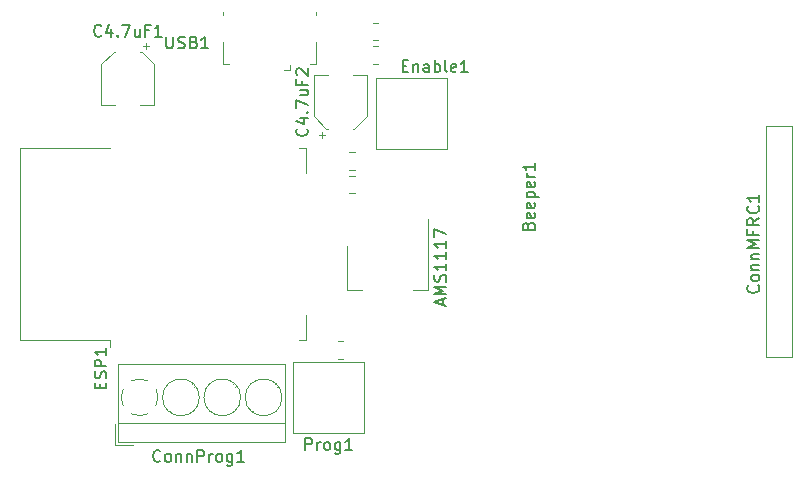
<source format=gbr>
%TF.GenerationSoftware,KiCad,Pcbnew,(5.1.9)-1*%
%TF.CreationDate,2021-04-23T22:48:30+02:00*%
%TF.ProjectId,test,74657374-2e6b-4696-9361-645f70636258,rev?*%
%TF.SameCoordinates,Original*%
%TF.FileFunction,Legend,Top*%
%TF.FilePolarity,Positive*%
%FSLAX46Y46*%
G04 Gerber Fmt 4.6, Leading zero omitted, Abs format (unit mm)*
G04 Created by KiCad (PCBNEW (5.1.9)-1) date 2021-04-23 22:48:30*
%MOMM*%
%LPD*%
G01*
G04 APERTURE LIST*
%ADD10C,0.120000*%
%ADD11C,0.150000*%
G04 APERTURE END LIST*
D10*
%TO.C,ESP1*%
X14500000Y-42120000D02*
X14500000Y-42730000D01*
X14500000Y-42120000D02*
X6880000Y-42120000D01*
X31120000Y-42120000D02*
X30500000Y-42120000D01*
X31120000Y-40000000D02*
X31120000Y-42120000D01*
X31120000Y-25880000D02*
X31120000Y-28000000D01*
X30500000Y-25880000D02*
X31120000Y-25880000D01*
X6880000Y-25880000D02*
X14500000Y-25880000D01*
X6880000Y-42120000D02*
X6880000Y-25880000D01*
%TO.C,C4.7uF2*%
X36260000Y-19740000D02*
X35060000Y-19740000D01*
X31740000Y-19740000D02*
X32940000Y-19740000D01*
X31740000Y-23195563D02*
X31740000Y-19740000D01*
X36260000Y-23195563D02*
X36260000Y-19740000D01*
X35195563Y-24260000D02*
X35060000Y-24260000D01*
X32804437Y-24260000D02*
X32940000Y-24260000D01*
X32804437Y-24260000D02*
X31740000Y-23195563D01*
X35195563Y-24260000D02*
X36260000Y-23195563D01*
X32440000Y-25000000D02*
X32440000Y-24500000D01*
X32190000Y-24750000D02*
X32690000Y-24750000D01*
%TO.C,C4.7uF1*%
X13740000Y-22260000D02*
X14940000Y-22260000D01*
X18260000Y-22260000D02*
X17060000Y-22260000D01*
X18260000Y-18804437D02*
X18260000Y-22260000D01*
X13740000Y-18804437D02*
X13740000Y-22260000D01*
X14804437Y-17740000D02*
X14940000Y-17740000D01*
X17195563Y-17740000D02*
X17060000Y-17740000D01*
X17195563Y-17740000D02*
X18260000Y-18804437D01*
X14804437Y-17740000D02*
X13740000Y-18804437D01*
X17560000Y-17000000D02*
X17560000Y-17500000D01*
X17810000Y-17250000D02*
X17310000Y-17250000D01*
%TO.C,USB1*%
X31900000Y-18762500D02*
X31450000Y-18762500D01*
X31900000Y-16912500D02*
X31900000Y-18762500D01*
X24100000Y-14362500D02*
X24100000Y-14612500D01*
X31900000Y-14362500D02*
X31900000Y-14612500D01*
X24100000Y-16912500D02*
X24100000Y-18762500D01*
X24100000Y-18762500D02*
X24550000Y-18762500D01*
X29700000Y-19312500D02*
X29250000Y-19312500D01*
X29700000Y-19312500D02*
X29700000Y-18862500D01*
%TO.C,R10k4*%
X35227064Y-27735000D02*
X34772936Y-27735000D01*
X35227064Y-26265000D02*
X34772936Y-26265000D01*
%TO.C,R10k3*%
X37227064Y-16735000D02*
X36772936Y-16735000D01*
X37227064Y-15265000D02*
X36772936Y-15265000D01*
%TO.C,R10k2*%
X35227064Y-29735000D02*
X34772936Y-29735000D01*
X35227064Y-28265000D02*
X34772936Y-28265000D01*
%TO.C,R10k1*%
X34227064Y-43735000D02*
X33772936Y-43735000D01*
X34227064Y-42265000D02*
X33772936Y-42265000D01*
%TO.C,R470*%
X37227064Y-18735000D02*
X36772936Y-18735000D01*
X37227064Y-17265000D02*
X36772936Y-17265000D01*
%TO.C,Prog1*%
X36000000Y-50000000D02*
X30000000Y-50000000D01*
X30000000Y-50000000D02*
X30000000Y-44000000D01*
X30000000Y-44000000D02*
X36000000Y-44000000D01*
X36000000Y-44000000D02*
X36000000Y-50000000D01*
%TO.C,Enable1*%
X43000000Y-26000000D02*
X37000000Y-26000000D01*
X37000000Y-26000000D02*
X37000000Y-20000000D01*
X37000000Y-20000000D02*
X43000000Y-20000000D01*
X43000000Y-20000000D02*
X43000000Y-26000000D01*
%TO.C,ConnProg1*%
X17026444Y-48555681D02*
G75*
G02*
X16293000Y-48386000I-26444J1555681D01*
G01*
X15613355Y-47705733D02*
G75*
G02*
X15614000Y-46293000I1386645J705733D01*
G01*
X16294267Y-45613355D02*
G75*
G02*
X17707000Y-45614000I705733J-1386645D01*
G01*
X18386645Y-46294267D02*
G75*
G02*
X18386000Y-47707000I-1386645J-705733D01*
G01*
X17705955Y-48385515D02*
G75*
G02*
X17000000Y-48555000I-705955J1385515D01*
G01*
X22055000Y-47000000D02*
G75*
G03*
X22055000Y-47000000I-1555000J0D01*
G01*
X25555000Y-47000000D02*
G75*
G03*
X25555000Y-47000000I-1555000J0D01*
G01*
X29055000Y-47000000D02*
G75*
G03*
X29055000Y-47000000I-1555000J0D01*
G01*
X15190000Y-49200000D02*
X29310000Y-49200000D01*
X15190000Y-44140000D02*
X29310000Y-44140000D01*
X15190000Y-50760000D02*
X29310000Y-50760000D01*
X15190000Y-44140000D02*
X15190000Y-50760000D01*
X29310000Y-44140000D02*
X29310000Y-50760000D01*
X21680000Y-46010000D02*
X21604000Y-46086000D01*
X19565000Y-48125000D02*
X19511000Y-48180000D01*
X21490000Y-45820000D02*
X21436000Y-45874000D01*
X19397000Y-47914000D02*
X19321000Y-47990000D01*
X25180000Y-46010000D02*
X25104000Y-46086000D01*
X23065000Y-48125000D02*
X23011000Y-48180000D01*
X24990000Y-45820000D02*
X24936000Y-45874000D01*
X22897000Y-47914000D02*
X22821000Y-47990000D01*
X28680000Y-46010000D02*
X28604000Y-46086000D01*
X26565000Y-48125000D02*
X26511000Y-48180000D01*
X28490000Y-45820000D02*
X28436000Y-45874000D01*
X26397000Y-47914000D02*
X26321000Y-47990000D01*
X14950000Y-49260000D02*
X14950000Y-51000000D01*
X14950000Y-51000000D02*
X16450000Y-51000000D01*
%TO.C,ConnMFRC1*%
X72200000Y-24000000D02*
X70000000Y-24000000D01*
X70000000Y-24000000D02*
X70000000Y-43600000D01*
X70000000Y-43600000D02*
X72200000Y-43600000D01*
X72200000Y-43600000D02*
X72200000Y-24000000D01*
%TO.C,AMS1117*%
X34590000Y-37910000D02*
X35850000Y-37910000D01*
X41410000Y-37910000D02*
X40150000Y-37910000D01*
X34590000Y-34150000D02*
X34590000Y-37910000D01*
X41410000Y-31900000D02*
X41410000Y-37910000D01*
%TO.C,ESP1*%
D11*
X13668571Y-46226666D02*
X13668571Y-45893333D01*
X14192380Y-45750476D02*
X14192380Y-46226666D01*
X13192380Y-46226666D01*
X13192380Y-45750476D01*
X14144761Y-45369523D02*
X14192380Y-45226666D01*
X14192380Y-44988571D01*
X14144761Y-44893333D01*
X14097142Y-44845714D01*
X14001904Y-44798095D01*
X13906666Y-44798095D01*
X13811428Y-44845714D01*
X13763809Y-44893333D01*
X13716190Y-44988571D01*
X13668571Y-45179047D01*
X13620952Y-45274285D01*
X13573333Y-45321904D01*
X13478095Y-45369523D01*
X13382857Y-45369523D01*
X13287619Y-45321904D01*
X13240000Y-45274285D01*
X13192380Y-45179047D01*
X13192380Y-44940952D01*
X13240000Y-44798095D01*
X14192380Y-44369523D02*
X13192380Y-44369523D01*
X13192380Y-43988571D01*
X13240000Y-43893333D01*
X13287619Y-43845714D01*
X13382857Y-43798095D01*
X13525714Y-43798095D01*
X13620952Y-43845714D01*
X13668571Y-43893333D01*
X13716190Y-43988571D01*
X13716190Y-44369523D01*
X14192380Y-42845714D02*
X14192380Y-43417142D01*
X14192380Y-43131428D02*
X13192380Y-43131428D01*
X13335238Y-43226666D01*
X13430476Y-43321904D01*
X13478095Y-43417142D01*
%TO.C,C4.7uF2*%
X31157142Y-24238095D02*
X31204761Y-24285714D01*
X31252380Y-24428571D01*
X31252380Y-24523809D01*
X31204761Y-24666666D01*
X31109523Y-24761904D01*
X31014285Y-24809523D01*
X30823809Y-24857142D01*
X30680952Y-24857142D01*
X30490476Y-24809523D01*
X30395238Y-24761904D01*
X30300000Y-24666666D01*
X30252380Y-24523809D01*
X30252380Y-24428571D01*
X30300000Y-24285714D01*
X30347619Y-24238095D01*
X30585714Y-23380952D02*
X31252380Y-23380952D01*
X30204761Y-23619047D02*
X30919047Y-23857142D01*
X30919047Y-23238095D01*
X31157142Y-22857142D02*
X31204761Y-22809523D01*
X31252380Y-22857142D01*
X31204761Y-22904761D01*
X31157142Y-22857142D01*
X31252380Y-22857142D01*
X30252380Y-22476190D02*
X30252380Y-21809523D01*
X31252380Y-22238095D01*
X30585714Y-21000000D02*
X31252380Y-21000000D01*
X30585714Y-21428571D02*
X31109523Y-21428571D01*
X31204761Y-21380952D01*
X31252380Y-21285714D01*
X31252380Y-21142857D01*
X31204761Y-21047619D01*
X31157142Y-21000000D01*
X30728571Y-20190476D02*
X30728571Y-20523809D01*
X31252380Y-20523809D02*
X30252380Y-20523809D01*
X30252380Y-20047619D01*
X30347619Y-19714285D02*
X30300000Y-19666666D01*
X30252380Y-19571428D01*
X30252380Y-19333333D01*
X30300000Y-19238095D01*
X30347619Y-19190476D01*
X30442857Y-19142857D01*
X30538095Y-19142857D01*
X30680952Y-19190476D01*
X31252380Y-19761904D01*
X31252380Y-19142857D01*
%TO.C,C4.7uF1*%
X13761904Y-16357142D02*
X13714285Y-16404761D01*
X13571428Y-16452380D01*
X13476190Y-16452380D01*
X13333333Y-16404761D01*
X13238095Y-16309523D01*
X13190476Y-16214285D01*
X13142857Y-16023809D01*
X13142857Y-15880952D01*
X13190476Y-15690476D01*
X13238095Y-15595238D01*
X13333333Y-15500000D01*
X13476190Y-15452380D01*
X13571428Y-15452380D01*
X13714285Y-15500000D01*
X13761904Y-15547619D01*
X14619047Y-15785714D02*
X14619047Y-16452380D01*
X14380952Y-15404761D02*
X14142857Y-16119047D01*
X14761904Y-16119047D01*
X15142857Y-16357142D02*
X15190476Y-16404761D01*
X15142857Y-16452380D01*
X15095238Y-16404761D01*
X15142857Y-16357142D01*
X15142857Y-16452380D01*
X15523809Y-15452380D02*
X16190476Y-15452380D01*
X15761904Y-16452380D01*
X17000000Y-15785714D02*
X17000000Y-16452380D01*
X16571428Y-15785714D02*
X16571428Y-16309523D01*
X16619047Y-16404761D01*
X16714285Y-16452380D01*
X16857142Y-16452380D01*
X16952380Y-16404761D01*
X17000000Y-16357142D01*
X17809523Y-15928571D02*
X17476190Y-15928571D01*
X17476190Y-16452380D02*
X17476190Y-15452380D01*
X17952380Y-15452380D01*
X18857142Y-16452380D02*
X18285714Y-16452380D01*
X18571428Y-16452380D02*
X18571428Y-15452380D01*
X18476190Y-15595238D01*
X18380952Y-15690476D01*
X18285714Y-15738095D01*
%TO.C,USB1*%
X19261904Y-16452380D02*
X19261904Y-17261904D01*
X19309523Y-17357142D01*
X19357142Y-17404761D01*
X19452380Y-17452380D01*
X19642857Y-17452380D01*
X19738095Y-17404761D01*
X19785714Y-17357142D01*
X19833333Y-17261904D01*
X19833333Y-16452380D01*
X20261904Y-17404761D02*
X20404761Y-17452380D01*
X20642857Y-17452380D01*
X20738095Y-17404761D01*
X20785714Y-17357142D01*
X20833333Y-17261904D01*
X20833333Y-17166666D01*
X20785714Y-17071428D01*
X20738095Y-17023809D01*
X20642857Y-16976190D01*
X20452380Y-16928571D01*
X20357142Y-16880952D01*
X20309523Y-16833333D01*
X20261904Y-16738095D01*
X20261904Y-16642857D01*
X20309523Y-16547619D01*
X20357142Y-16500000D01*
X20452380Y-16452380D01*
X20690476Y-16452380D01*
X20833333Y-16500000D01*
X21595238Y-16928571D02*
X21738095Y-16976190D01*
X21785714Y-17023809D01*
X21833333Y-17119047D01*
X21833333Y-17261904D01*
X21785714Y-17357142D01*
X21738095Y-17404761D01*
X21642857Y-17452380D01*
X21261904Y-17452380D01*
X21261904Y-16452380D01*
X21595238Y-16452380D01*
X21690476Y-16500000D01*
X21738095Y-16547619D01*
X21785714Y-16642857D01*
X21785714Y-16738095D01*
X21738095Y-16833333D01*
X21690476Y-16880952D01*
X21595238Y-16928571D01*
X21261904Y-16928571D01*
X22785714Y-17452380D02*
X22214285Y-17452380D01*
X22500000Y-17452380D02*
X22500000Y-16452380D01*
X22404761Y-16595238D01*
X22309523Y-16690476D01*
X22214285Y-16738095D01*
%TO.C,Prog1*%
X31047619Y-51452380D02*
X31047619Y-50452380D01*
X31428571Y-50452380D01*
X31523809Y-50500000D01*
X31571428Y-50547619D01*
X31619047Y-50642857D01*
X31619047Y-50785714D01*
X31571428Y-50880952D01*
X31523809Y-50928571D01*
X31428571Y-50976190D01*
X31047619Y-50976190D01*
X32047619Y-51452380D02*
X32047619Y-50785714D01*
X32047619Y-50976190D02*
X32095238Y-50880952D01*
X32142857Y-50833333D01*
X32238095Y-50785714D01*
X32333333Y-50785714D01*
X32809523Y-51452380D02*
X32714285Y-51404761D01*
X32666666Y-51357142D01*
X32619047Y-51261904D01*
X32619047Y-50976190D01*
X32666666Y-50880952D01*
X32714285Y-50833333D01*
X32809523Y-50785714D01*
X32952380Y-50785714D01*
X33047619Y-50833333D01*
X33095238Y-50880952D01*
X33142857Y-50976190D01*
X33142857Y-51261904D01*
X33095238Y-51357142D01*
X33047619Y-51404761D01*
X32952380Y-51452380D01*
X32809523Y-51452380D01*
X34000000Y-50785714D02*
X34000000Y-51595238D01*
X33952380Y-51690476D01*
X33904761Y-51738095D01*
X33809523Y-51785714D01*
X33666666Y-51785714D01*
X33571428Y-51738095D01*
X34000000Y-51404761D02*
X33904761Y-51452380D01*
X33714285Y-51452380D01*
X33619047Y-51404761D01*
X33571428Y-51357142D01*
X33523809Y-51261904D01*
X33523809Y-50976190D01*
X33571428Y-50880952D01*
X33619047Y-50833333D01*
X33714285Y-50785714D01*
X33904761Y-50785714D01*
X34000000Y-50833333D01*
X35000000Y-51452380D02*
X34428571Y-51452380D01*
X34714285Y-51452380D02*
X34714285Y-50452380D01*
X34619047Y-50595238D01*
X34523809Y-50690476D01*
X34428571Y-50738095D01*
%TO.C,Enable1*%
X39261904Y-18928571D02*
X39595238Y-18928571D01*
X39738095Y-19452380D02*
X39261904Y-19452380D01*
X39261904Y-18452380D01*
X39738095Y-18452380D01*
X40166666Y-18785714D02*
X40166666Y-19452380D01*
X40166666Y-18880952D02*
X40214285Y-18833333D01*
X40309523Y-18785714D01*
X40452380Y-18785714D01*
X40547619Y-18833333D01*
X40595238Y-18928571D01*
X40595238Y-19452380D01*
X41500000Y-19452380D02*
X41500000Y-18928571D01*
X41452380Y-18833333D01*
X41357142Y-18785714D01*
X41166666Y-18785714D01*
X41071428Y-18833333D01*
X41500000Y-19404761D02*
X41404761Y-19452380D01*
X41166666Y-19452380D01*
X41071428Y-19404761D01*
X41023809Y-19309523D01*
X41023809Y-19214285D01*
X41071428Y-19119047D01*
X41166666Y-19071428D01*
X41404761Y-19071428D01*
X41500000Y-19023809D01*
X41976190Y-19452380D02*
X41976190Y-18452380D01*
X41976190Y-18833333D02*
X42071428Y-18785714D01*
X42261904Y-18785714D01*
X42357142Y-18833333D01*
X42404761Y-18880952D01*
X42452380Y-18976190D01*
X42452380Y-19261904D01*
X42404761Y-19357142D01*
X42357142Y-19404761D01*
X42261904Y-19452380D01*
X42071428Y-19452380D01*
X41976190Y-19404761D01*
X43023809Y-19452380D02*
X42928571Y-19404761D01*
X42880952Y-19309523D01*
X42880952Y-18452380D01*
X43785714Y-19404761D02*
X43690476Y-19452380D01*
X43500000Y-19452380D01*
X43404761Y-19404761D01*
X43357142Y-19309523D01*
X43357142Y-18928571D01*
X43404761Y-18833333D01*
X43500000Y-18785714D01*
X43690476Y-18785714D01*
X43785714Y-18833333D01*
X43833333Y-18928571D01*
X43833333Y-19023809D01*
X43357142Y-19119047D01*
X44785714Y-19452380D02*
X44214285Y-19452380D01*
X44500000Y-19452380D02*
X44500000Y-18452380D01*
X44404761Y-18595238D01*
X44309523Y-18690476D01*
X44214285Y-18738095D01*
%TO.C,ConnProg1*%
X18761904Y-52357142D02*
X18714285Y-52404761D01*
X18571428Y-52452380D01*
X18476190Y-52452380D01*
X18333333Y-52404761D01*
X18238095Y-52309523D01*
X18190476Y-52214285D01*
X18142857Y-52023809D01*
X18142857Y-51880952D01*
X18190476Y-51690476D01*
X18238095Y-51595238D01*
X18333333Y-51500000D01*
X18476190Y-51452380D01*
X18571428Y-51452380D01*
X18714285Y-51500000D01*
X18761904Y-51547619D01*
X19333333Y-52452380D02*
X19238095Y-52404761D01*
X19190476Y-52357142D01*
X19142857Y-52261904D01*
X19142857Y-51976190D01*
X19190476Y-51880952D01*
X19238095Y-51833333D01*
X19333333Y-51785714D01*
X19476190Y-51785714D01*
X19571428Y-51833333D01*
X19619047Y-51880952D01*
X19666666Y-51976190D01*
X19666666Y-52261904D01*
X19619047Y-52357142D01*
X19571428Y-52404761D01*
X19476190Y-52452380D01*
X19333333Y-52452380D01*
X20095238Y-51785714D02*
X20095238Y-52452380D01*
X20095238Y-51880952D02*
X20142857Y-51833333D01*
X20238095Y-51785714D01*
X20380952Y-51785714D01*
X20476190Y-51833333D01*
X20523809Y-51928571D01*
X20523809Y-52452380D01*
X21000000Y-51785714D02*
X21000000Y-52452380D01*
X21000000Y-51880952D02*
X21047619Y-51833333D01*
X21142857Y-51785714D01*
X21285714Y-51785714D01*
X21380952Y-51833333D01*
X21428571Y-51928571D01*
X21428571Y-52452380D01*
X21904761Y-52452380D02*
X21904761Y-51452380D01*
X22285714Y-51452380D01*
X22380952Y-51500000D01*
X22428571Y-51547619D01*
X22476190Y-51642857D01*
X22476190Y-51785714D01*
X22428571Y-51880952D01*
X22380952Y-51928571D01*
X22285714Y-51976190D01*
X21904761Y-51976190D01*
X22904761Y-52452380D02*
X22904761Y-51785714D01*
X22904761Y-51976190D02*
X22952380Y-51880952D01*
X23000000Y-51833333D01*
X23095238Y-51785714D01*
X23190476Y-51785714D01*
X23666666Y-52452380D02*
X23571428Y-52404761D01*
X23523809Y-52357142D01*
X23476190Y-52261904D01*
X23476190Y-51976190D01*
X23523809Y-51880952D01*
X23571428Y-51833333D01*
X23666666Y-51785714D01*
X23809523Y-51785714D01*
X23904761Y-51833333D01*
X23952380Y-51880952D01*
X24000000Y-51976190D01*
X24000000Y-52261904D01*
X23952380Y-52357142D01*
X23904761Y-52404761D01*
X23809523Y-52452380D01*
X23666666Y-52452380D01*
X24857142Y-51785714D02*
X24857142Y-52595238D01*
X24809523Y-52690476D01*
X24761904Y-52738095D01*
X24666666Y-52785714D01*
X24523809Y-52785714D01*
X24428571Y-52738095D01*
X24857142Y-52404761D02*
X24761904Y-52452380D01*
X24571428Y-52452380D01*
X24476190Y-52404761D01*
X24428571Y-52357142D01*
X24380952Y-52261904D01*
X24380952Y-51976190D01*
X24428571Y-51880952D01*
X24476190Y-51833333D01*
X24571428Y-51785714D01*
X24761904Y-51785714D01*
X24857142Y-51833333D01*
X25857142Y-52452380D02*
X25285714Y-52452380D01*
X25571428Y-52452380D02*
X25571428Y-51452380D01*
X25476190Y-51595238D01*
X25380952Y-51690476D01*
X25285714Y-51738095D01*
%TO.C,ConnMFRC1*%
X69357142Y-37523809D02*
X69404761Y-37571428D01*
X69452380Y-37714285D01*
X69452380Y-37809523D01*
X69404761Y-37952380D01*
X69309523Y-38047619D01*
X69214285Y-38095238D01*
X69023809Y-38142857D01*
X68880952Y-38142857D01*
X68690476Y-38095238D01*
X68595238Y-38047619D01*
X68500000Y-37952380D01*
X68452380Y-37809523D01*
X68452380Y-37714285D01*
X68500000Y-37571428D01*
X68547619Y-37523809D01*
X69452380Y-36952380D02*
X69404761Y-37047619D01*
X69357142Y-37095238D01*
X69261904Y-37142857D01*
X68976190Y-37142857D01*
X68880952Y-37095238D01*
X68833333Y-37047619D01*
X68785714Y-36952380D01*
X68785714Y-36809523D01*
X68833333Y-36714285D01*
X68880952Y-36666666D01*
X68976190Y-36619047D01*
X69261904Y-36619047D01*
X69357142Y-36666666D01*
X69404761Y-36714285D01*
X69452380Y-36809523D01*
X69452380Y-36952380D01*
X68785714Y-36190476D02*
X69452380Y-36190476D01*
X68880952Y-36190476D02*
X68833333Y-36142857D01*
X68785714Y-36047619D01*
X68785714Y-35904761D01*
X68833333Y-35809523D01*
X68928571Y-35761904D01*
X69452380Y-35761904D01*
X68785714Y-35285714D02*
X69452380Y-35285714D01*
X68880952Y-35285714D02*
X68833333Y-35238095D01*
X68785714Y-35142857D01*
X68785714Y-35000000D01*
X68833333Y-34904761D01*
X68928571Y-34857142D01*
X69452380Y-34857142D01*
X69452380Y-34380952D02*
X68452380Y-34380952D01*
X69166666Y-34047619D01*
X68452380Y-33714285D01*
X69452380Y-33714285D01*
X68928571Y-32904761D02*
X68928571Y-33238095D01*
X69452380Y-33238095D02*
X68452380Y-33238095D01*
X68452380Y-32761904D01*
X69452380Y-31809523D02*
X68976190Y-32142857D01*
X69452380Y-32380952D02*
X68452380Y-32380952D01*
X68452380Y-32000000D01*
X68500000Y-31904761D01*
X68547619Y-31857142D01*
X68642857Y-31809523D01*
X68785714Y-31809523D01*
X68880952Y-31857142D01*
X68928571Y-31904761D01*
X68976190Y-32000000D01*
X68976190Y-32380952D01*
X69357142Y-30809523D02*
X69404761Y-30857142D01*
X69452380Y-31000000D01*
X69452380Y-31095238D01*
X69404761Y-31238095D01*
X69309523Y-31333333D01*
X69214285Y-31380952D01*
X69023809Y-31428571D01*
X68880952Y-31428571D01*
X68690476Y-31380952D01*
X68595238Y-31333333D01*
X68500000Y-31238095D01*
X68452380Y-31095238D01*
X68452380Y-31000000D01*
X68500000Y-30857142D01*
X68547619Y-30809523D01*
X69452380Y-29857142D02*
X69452380Y-30428571D01*
X69452380Y-30142857D02*
X68452380Y-30142857D01*
X68595238Y-30238095D01*
X68690476Y-30333333D01*
X68738095Y-30428571D01*
%TO.C,Beeper1*%
X49928571Y-32452380D02*
X49976190Y-32309523D01*
X50023809Y-32261904D01*
X50119047Y-32214285D01*
X50261904Y-32214285D01*
X50357142Y-32261904D01*
X50404761Y-32309523D01*
X50452380Y-32404761D01*
X50452380Y-32785714D01*
X49452380Y-32785714D01*
X49452380Y-32452380D01*
X49500000Y-32357142D01*
X49547619Y-32309523D01*
X49642857Y-32261904D01*
X49738095Y-32261904D01*
X49833333Y-32309523D01*
X49880952Y-32357142D01*
X49928571Y-32452380D01*
X49928571Y-32785714D01*
X50404761Y-31404761D02*
X50452380Y-31500000D01*
X50452380Y-31690476D01*
X50404761Y-31785714D01*
X50309523Y-31833333D01*
X49928571Y-31833333D01*
X49833333Y-31785714D01*
X49785714Y-31690476D01*
X49785714Y-31500000D01*
X49833333Y-31404761D01*
X49928571Y-31357142D01*
X50023809Y-31357142D01*
X50119047Y-31833333D01*
X50404761Y-30547619D02*
X50452380Y-30642857D01*
X50452380Y-30833333D01*
X50404761Y-30928571D01*
X50309523Y-30976190D01*
X49928571Y-30976190D01*
X49833333Y-30928571D01*
X49785714Y-30833333D01*
X49785714Y-30642857D01*
X49833333Y-30547619D01*
X49928571Y-30500000D01*
X50023809Y-30500000D01*
X50119047Y-30976190D01*
X49785714Y-30071428D02*
X50785714Y-30071428D01*
X49833333Y-30071428D02*
X49785714Y-29976190D01*
X49785714Y-29785714D01*
X49833333Y-29690476D01*
X49880952Y-29642857D01*
X49976190Y-29595238D01*
X50261904Y-29595238D01*
X50357142Y-29642857D01*
X50404761Y-29690476D01*
X50452380Y-29785714D01*
X50452380Y-29976190D01*
X50404761Y-30071428D01*
X50404761Y-28785714D02*
X50452380Y-28880952D01*
X50452380Y-29071428D01*
X50404761Y-29166666D01*
X50309523Y-29214285D01*
X49928571Y-29214285D01*
X49833333Y-29166666D01*
X49785714Y-29071428D01*
X49785714Y-28880952D01*
X49833333Y-28785714D01*
X49928571Y-28738095D01*
X50023809Y-28738095D01*
X50119047Y-29214285D01*
X50452380Y-28309523D02*
X49785714Y-28309523D01*
X49976190Y-28309523D02*
X49880952Y-28261904D01*
X49833333Y-28214285D01*
X49785714Y-28119047D01*
X49785714Y-28023809D01*
X50452380Y-27166666D02*
X50452380Y-27738095D01*
X50452380Y-27452380D02*
X49452380Y-27452380D01*
X49595238Y-27547619D01*
X49690476Y-27642857D01*
X49738095Y-27738095D01*
%TO.C,AMS1117*%
X42666666Y-39190476D02*
X42666666Y-38714285D01*
X42952380Y-39285714D02*
X41952380Y-38952380D01*
X42952380Y-38619047D01*
X42952380Y-38285714D02*
X41952380Y-38285714D01*
X42666666Y-37952380D01*
X41952380Y-37619047D01*
X42952380Y-37619047D01*
X42904761Y-37190476D02*
X42952380Y-37047619D01*
X42952380Y-36809523D01*
X42904761Y-36714285D01*
X42857142Y-36666666D01*
X42761904Y-36619047D01*
X42666666Y-36619047D01*
X42571428Y-36666666D01*
X42523809Y-36714285D01*
X42476190Y-36809523D01*
X42428571Y-37000000D01*
X42380952Y-37095238D01*
X42333333Y-37142857D01*
X42238095Y-37190476D01*
X42142857Y-37190476D01*
X42047619Y-37142857D01*
X42000000Y-37095238D01*
X41952380Y-37000000D01*
X41952380Y-36761904D01*
X42000000Y-36619047D01*
X42952380Y-35666666D02*
X42952380Y-36238095D01*
X42952380Y-35952380D02*
X41952380Y-35952380D01*
X42095238Y-36047619D01*
X42190476Y-36142857D01*
X42238095Y-36238095D01*
X42952380Y-34714285D02*
X42952380Y-35285714D01*
X42952380Y-35000000D02*
X41952380Y-35000000D01*
X42095238Y-35095238D01*
X42190476Y-35190476D01*
X42238095Y-35285714D01*
X42952380Y-33761904D02*
X42952380Y-34333333D01*
X42952380Y-34047619D02*
X41952380Y-34047619D01*
X42095238Y-34142857D01*
X42190476Y-34238095D01*
X42238095Y-34333333D01*
X41952380Y-33428571D02*
X41952380Y-32761904D01*
X42952380Y-33190476D01*
%TD*%
M02*

</source>
